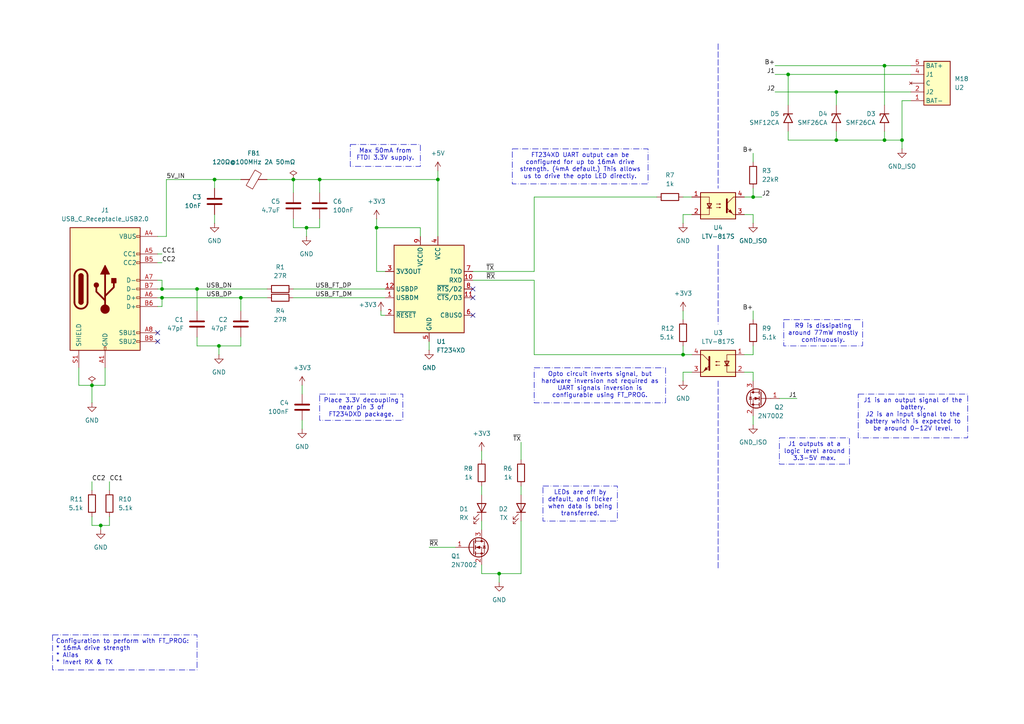
<source format=kicad_sch>
(kicad_sch (version 20250114) (generator "eeschema") (generator_version "9.0")
  (paper "A4")
  (title_block (title "M18 USB Interface") (date "2025-09-17") (rev "v1.0"))
  (lib_symbols
    (symbol "Connector:USB_C_Receptacle_USB2.0_16P" (pin_names (offset 1.016))
      (property "Reference" "J" (at 0 22.225 0))
      (property "Value" "USB_C_Receptacle_USB2.0_16P" (at 0 19.685 0))
      (symbol "USB_C_Receptacle_USB2.0_16P_0_0"
        (rectangle (start -0.254 -17.78) (end 0.254 -16.764))
        (rectangle (start 10.16 15.494) (end 9.144 14.986))
        (rectangle (start 10.16 10.414) (end 9.144 9.906))
        (rectangle (start 10.16 7.874) (end 9.144 7.366))
        (rectangle (start 10.16 2.794) (end 9.144 2.286))
        (rectangle (start 10.16 0.254) (end 9.144 -0.254))
        (rectangle (start 10.16 -2.286) (end 9.144 -2.794))
        (rectangle (start 10.16 -4.826) (end 9.144 -5.334))
        (rectangle (start 10.16 -12.446) (end 9.144 -12.954))
        (rectangle (start 10.16 -14.986) (end 9.144 -15.494))
      )
      (symbol "USB_C_Receptacle_USB2.0_16P_0_1"
        (rectangle (start -10.16 17.78) (end 10.16 -17.78) (stroke (width 0.254)) (fill (type background)))
        (polyline (pts (xy -8.89 -3.81) (xy -8.89 3.81)) (stroke (width 0.508)))
        (rectangle (start -7.62 -3.81) (end -6.35 3.81) (stroke (width 0.254)) (fill (type outline)))
        (arc (start -7.62 3.81) (mid -6.985 4.4423) (end -6.35 3.81) (stroke (width 0.254)))
        (arc (start -7.62 3.81) (mid -6.985 4.4423) (end -6.35 3.81) (stroke (width 0.254)) (fill (type outline)))
        (arc (start -8.89 3.81) (mid -6.985 5.7067) (end -5.08 3.81) (stroke (width 0.508)))
        (arc (start -5.08 -3.81) (mid -6.985 -5.7067) (end -8.89 -3.81) (stroke (width 0.508)))
        (arc (start -6.35 -3.81) (mid -6.985 -4.4423) (end -7.62 -3.81) (stroke (width 0.254)))
        (arc (start -6.35 -3.81) (mid -6.985 -4.4423) (end -7.62 -3.81) (stroke (width 0.254)) (fill (type outline)))
        (polyline (pts (xy -5.08 3.81) (xy -5.08 -3.81)) (stroke (width 0.508)))
        (circle (center -2.54 1.143) (radius 0.635) (stroke (width 0.254)) (fill (type outline)))
        (polyline (pts (xy -1.27 4.318) (xy 0 6.858) (xy 1.27 4.318) (xy -1.27 4.318)) (stroke (width 0.254)) (fill (type outline)))
        (polyline (pts (xy 0 -2.032) (xy 2.54 0.508) (xy 2.54 1.778)) (stroke (width 0.508)))
        (polyline (pts (xy 0 -3.302) (xy -2.54 -0.762) (xy -2.54 0.508)) (stroke (width 0.508)))
        (polyline (pts (xy 0 -5.842) (xy 0 4.318)) (stroke (width 0.508)))
        (circle (center 0 -5.842) (radius 1.27) (fill (type outline)))
        (rectangle (start 1.905 1.778) (end 3.175 3.048) (stroke (width 0.254)) (fill (type outline)))
      )
      (symbol "USB_C_Receptacle_USB2.0_16P_1_1"
        (pin passive line (at -7.62 -22.86 90) (length 5.08) (name "SHIELD") (number "S1"))
        (pin passive line (at 0 -22.86 90) (length 5.08) (name "GND") (number "A1"))
        (pin passive line (at 0 -22.86 90) (length 5.08) (hide yes) (name "GND") (number "A12"))
        (pin passive line (at 0 -22.86 90) (length 5.08) (hide yes) (name "GND") (number "B1"))
        (pin passive line (at 0 -22.86 90) (length 5.08) (hide yes) (name "GND") (number "B12"))
        (pin passive line (at 15.24 15.24 180) (length 5.08) (name "VBUS") (number "A4"))
        (pin passive line (at 15.24 15.24 180) (length 5.08) (hide yes) (name "VBUS") (number "A9"))
        (pin passive line (at 15.24 15.24 180) (length 5.08) (hide yes) (name "VBUS") (number "B4"))
        (pin passive line (at 15.24 15.24 180) (length 5.08) (hide yes) (name "VBUS") (number "B9"))
        (pin bidirectional line (at 15.24 10.16 180) (length 5.08) (name "CC1") (number "A5"))
        (pin bidirectional line (at 15.24 7.62 180) (length 5.08) (name "CC2") (number "B5"))
        (pin bidirectional line (at 15.24 2.54 180) (length 5.08) (name "D-") (number "A7"))
        (pin bidirectional line (at 15.24 0 180) (length 5.08) (name "D-") (number "B7"))
        (pin bidirectional line (at 15.24 -2.54 180) (length 5.08) (name "D+") (number "A6"))
        (pin bidirectional line (at 15.24 -5.08 180) (length 5.08) (name "D+") (number "B6"))
        (pin bidirectional line (at 15.24 -12.7 180) (length 5.08) (name "SBU1") (number "A8"))
        (pin bidirectional line (at 15.24 -15.24 180) (length 5.08) (name "SBU2") (number "B8"))
      )
    )
    (symbol "Device:C" (pin_numbers (hide yes)) (pin_names (offset 0.254))
      (property "Reference" "C" (at 0.635 2.54 0))
      (property "Value" "C" (at 0.635 -2.54 0))
      (symbol "C_0_1"
        (polyline (pts (xy -2.032 0.762) (xy 2.032 0.762)) (stroke (width 0.508)))
        (polyline (pts (xy -2.032 -0.762) (xy 2.032 -0.762)) (stroke (width 0.508)))
      )
      (symbol "C_1_1"
        (pin passive line (at 0 3.81 270) (length 2.794) (name "~") (number "1"))
        (pin passive line (at 0 -3.81 90) (length 2.794) (name "~") (number "2"))
      )
    )
    (symbol "Device:FerriteBead" (pin_numbers (hide yes)) (pin_names (offset 0))
      (property "Reference" "FB" (at -3.81 0.635 90))
      (property "Value" "FerriteBead" (at 3.81 0 90))
      (symbol "FerriteBead_0_1"
        (polyline (pts (xy -2.7686 0.4064) (xy -1.7018 2.2606) (xy 2.7686 -0.3048) (xy 1.6764 -2.159) (xy -2.7686 0.4064)))
        (polyline (pts (xy 0 1.27) (xy 0 1.2954)))
        (polyline (pts (xy 0 -1.27) (xy 0 -1.2192)))
      )
      (symbol "FerriteBead_1_1"
        (pin passive line (at 0 3.81 270) (length 2.54) (name "~") (number "1"))
        (pin passive line (at 0 -3.81 90) (length 2.54) (name "~") (number "2"))
      )
    )
    (symbol "Device:LED" (pin_numbers (hide yes)) (pin_names (offset 1.016) (hide yes))
      (property "Reference" "D" (at 0 2.54 0))
      (property "Value" "LED" (at 0 -2.54 0))
      (symbol "LED_0_1"
        (polyline (pts (xy -3.048 -0.762) (xy -4.572 -2.286) (xy -3.81 -2.286) (xy -4.572 -2.286) (xy -4.572 -1.524)))
        (polyline (pts (xy -1.778 -0.762) (xy -3.302 -2.286) (xy -2.54 -2.286) (xy -3.302 -2.286) (xy -3.302 -1.524)))
        (polyline (pts (xy -1.27 0) (xy 1.27 0)))
        (polyline (pts (xy -1.27 -1.27) (xy -1.27 1.27)) (stroke (width 0.254)))
        (polyline (pts (xy 1.27 -1.27) (xy 1.27 1.27) (xy -1.27 0) (xy 1.27 -1.27)) (stroke (width 0.254)))
      )
      (symbol "LED_1_1"
        (pin passive line (at -3.81 0 0) (length 2.54) (name "K") (number "1"))
        (pin passive line (at 3.81 0 180) (length 2.54) (name "A") (number "2"))
      )
    )
    (symbol "Device:R" (pin_numbers (hide yes)) (pin_names (offset 0))
      (property "Reference" "R" (at 2.032 0 90))
      (property "Value" "R" (at 0 0 90))
      (symbol "R_0_1"
        (rectangle (start -1.016 -2.54) (end 1.016 2.54) (stroke (width 0.254)))
      )
      (symbol "R_1_1"
        (pin passive line (at 0 3.81 270) (length 1.27) (name "~") (number "1"))
        (pin passive line (at 0 -3.81 90) (length 1.27) (name "~") (number "2"))
      )
    )
    (symbol "Diode:SMF12A" (pin_numbers (hide yes)) (pin_names (offset 1.016) (hide yes))
      (property "Reference" "D" (at 0 2.54 0))
      (property "Value" "SMF12A" (at 0 -2.54 0))
      (symbol "SMF12A_0_1"
        (polyline (pts (xy -0.762 1.27) (xy -1.27 1.27) (xy -1.27 -1.27)) (stroke (width 0.254)))
        (polyline (pts (xy 1.27 1.27) (xy 1.27 -1.27) (xy -1.27 0) (xy 1.27 1.27)) (stroke (width 0.254)))
      )
      (symbol "SMF12A_1_1"
        (pin passive line (at -3.81 0 0) (length 2.54) (name "A1") (number "1"))
        (pin passive line (at 3.81 0 180) (length 2.54) (name "A2") (number "2"))
      )
    )
    (symbol "Diode:SMF26A" (pin_numbers (hide yes)) (pin_names (offset 1.016) (hide yes))
      (property "Reference" "D" (at 0 2.54 0))
      (property "Value" "SMF26A" (at 0 -2.54 0))
      (symbol "SMF26A_0_1"
        (polyline (pts (xy -0.762 1.27) (xy -1.27 1.27) (xy -1.27 -1.27)) (stroke (width 0.254)))
        (polyline (pts (xy 1.27 1.27) (xy 1.27 -1.27) (xy -1.27 0) (xy 1.27 1.27)) (stroke (width 0.254)))
      )
      (symbol "SMF26A_1_1"
        (pin passive line (at -3.81 0 0) (length 2.54) (name "A1") (number "1"))
        (pin passive line (at 3.81 0 180) (length 2.54) (name "A2") (number "2"))
      )
    )
    (symbol "GND_1" (power) (pin_numbers (hide yes)) (pin_names (offset 0) (hide yes))
      (property "Value" "GND" (at 0 -3.81 0))
      (symbol "GND_1_0_1"
        (polyline (pts (xy 0 0) (xy 0 -1.27) (xy 1.27 -1.27) (xy 0 -2.54) (xy -1.27 -1.27) (xy 0 -1.27)))
      )
      (symbol "GND_1_1_1"
        (pin power_in line (at 0 0 270) (length 0) (name "~") (number "1"))
      )
    )
    (symbol "Interface_USB:FT234XD"
      (property "Reference" "U" (at -15.494 14.986 0))
      (property "Value" "FT234XD" (at -15.494 12.954 0))
      (symbol "FT234XD_0_0"
        (rectangle (start -10.16 12.7) (end 10.16 -12.7) (stroke (width 0.254)) (fill (type background)))
      )
      (symbol "FT234XD_1_0"
        (pin power_out line (at -12.7 5.08 0) (length 2.54) (name "3V3OUT") (number "3"))
        (pin bidirectional line (at -12.7 0 0) (length 2.54) (name "USBDP") (number "12"))
        (pin bidirectional line (at -12.7 -2.54 0) (length 2.54) (name "USBDM") (number "1"))
        (pin input line (at -12.7 -7.62 0) (length 2.54) (name "~{RESET}") (number "2"))
        (pin power_in line (at -2.54 15.24 270) (length 2.54) (name "VCCIO") (number "9"))
        (pin passive line (at 0 -15.24 90) (length 2.54) (hide yes) (name "GND") (number "13"))
        (pin power_in line (at 0 -15.24 90) (length 2.54) (name "GND") (number "5"))
        (pin power_in line (at 2.54 15.24 270) (length 2.54) (name "VCC") (number "4"))
        (pin bidirectional line (at 12.7 5.08 180) (length 2.54) (name "TXD/D0") (number "7") (alternate "TXD" output line))
        (pin bidirectional line (at 12.7 2.54 180) (length 2.54) (name "RXD/D1") (number "10") (alternate "RXD" input line))
        (pin bidirectional line (at 12.7 0 180) (length 2.54) (name "~{RTS}/D2") (number "8"))
        (pin bidirectional line (at 12.7 -2.54 180) (length 2.54) (name "~{CTS}/D3") (number "11"))
        (pin bidirectional line (at 12.7 -7.62 180) (length 2.54) (name "CBUS0") (number "6"))
      )
    )
    (symbol "Isolator:LTV-817S" (pin_names (offset 1.016))
      (property "Reference" "U" (at -3.81 5.08 0))
      (property "Value" "LTV-817S" (at 0 -5.08 0))
      (symbol "LTV-817S_1_1"
        (rectangle (start -5.08 3.81) (end 5.08 -3.81) (stroke (width 0.254)) (fill (type background)))
        (polyline (pts (xy -5.08 2.54) (xy -2.54 2.54) (xy -2.54 -0.762)))
        (polyline (pts (xy -3.175 -0.635) (xy -1.905 -0.635)) (stroke (width 0.254)))
        (polyline (pts (xy -2.54 -0.635) (xy -2.54 -2.54) (xy -5.08 -2.54)))
        (polyline (pts (xy -2.54 -0.635) (xy -3.175 0.635) (xy -1.905 0.635) (xy -2.54 -0.635)) (stroke (width 0.254)))
        (polyline (pts (xy -0.508 0.508) (xy 0.762 0.508) (xy 0.381 0.381) (xy 0.381 0.635) (xy 0.762 0.508)))
        (polyline (pts (xy -0.508 -0.508) (xy 0.762 -0.508) (xy 0.381 -0.635) (xy 0.381 -0.381) (xy 0.762 -0.508)))
        (polyline (pts (xy 2.54 1.905) (xy 2.54 -1.905)) (stroke (width 0.508)))
        (polyline (pts (xy 2.54 0.635) (xy 4.445 2.54)))
        (polyline (pts (xy 3.048 -1.651) (xy 3.556 -1.143) (xy 4.064 -2.159) (xy 3.048 -1.651)) (fill (type outline)))
        (polyline (pts (xy 4.445 2.54) (xy 5.08 2.54)))
        (polyline (pts (xy 4.445 -2.54) (xy 2.54 -0.635)) (fill (type outline)))
        (polyline (pts (xy 4.445 -2.54) (xy 5.08 -2.54)))
        (pin passive line (at -7.62 2.54 0) (length 2.54) (name "~") (number "1"))
        (pin passive line (at -7.62 -2.54 0) (length 2.54) (name "~") (number "2"))
        (pin passive line (at 7.62 2.54 180) (length 2.54) (name "~") (number "4"))
        (pin passive line (at 7.62 -2.54 180) (length 2.54) (name "~") (number "3"))
      )
    )
    (symbol "M18_USB_Interface:M18_Battery_Contacts"
      (property "Reference" "U" (at 3.81 -7.874 0))
      (property "Value" "M18" (at 3.556 7.62 0))
      (symbol "M18_Battery_Contacts_1_1"
        (rectangle (start 0 6.35) (end 7.62 -6.35) (stroke (width 0.254)) (fill (type background)))
        (pin power_out line (at -3.81 5.08 0) (length 3.81) (name "BAT-") (number "1"))
        (pin input line (at -3.81 2.54 0) (length 3.81) (name "J2") (number "2"))
        (pin no_connect line (at -3.81 0 0) (length 3.81) (name "C") (number ""))
        (pin output line (at -3.81 -2.54 0) (length 3.81) (name "J1") (number "4"))
        (pin power_out line (at -3.81 -5.08 0) (length 3.81) (name "BAT+") (number "5"))
      )
    )
    (symbol "Transistor_FET:2N7002" (pin_names (offset 0) (hide yes))
      (property "Reference" "Q" (at 5.08 1.905 0))
      (property "Value" "2N7002" (at 5.08 0 0))
      (symbol "2N7002_0_1"
        (polyline (pts (xy 0.254 1.905) (xy 0.254 -1.905)) (stroke (width 0.254)))
        (polyline (pts (xy 0.254 0) (xy -2.54 0)))
        (polyline (pts (xy 0.762 2.286) (xy 0.762 1.27)) (stroke (width 0.254)))
        (polyline (pts (xy 0.762 0.508) (xy 0.762 -0.508)) (stroke (width 0.254)))
        (polyline (pts (xy 0.762 -1.27) (xy 0.762 -2.286)) (stroke (width 0.254)))
        (polyline (pts (xy 0.762 -1.778) (xy 3.302 -1.778) (xy 3.302 1.778) (xy 0.762 1.778)))
        (polyline (pts (xy 1.016 0) (xy 2.032 0.381) (xy 2.032 -0.381) (xy 1.016 0)) (fill (type outline)))
        (circle (center 1.651 0) (radius 2.794) (stroke (width 0.254)))
        (polyline (pts (xy 2.54 2.54) (xy 2.54 1.778)))
        (circle (center 2.54 1.778) (radius 0.254) (fill (type outline)))
        (circle (center 2.54 -1.778) (radius 0.254) (fill (type outline)))
        (polyline (pts (xy 2.54 -2.54) (xy 2.54 0) (xy 0.762 0)))
        (polyline (pts (xy 2.921 0.381) (xy 3.683 0.381)))
        (polyline (pts (xy 3.302 0.381) (xy 2.921 -0.254) (xy 3.683 -0.254) (xy 3.302 0.381)))
      )
      (symbol "2N7002_1_1"
        (pin input line (at -5.08 0 0) (length 2.54) (name "G") (number "1"))
        (pin passive line (at 2.54 5.08 270) (length 2.54) (name "D") (number "3"))
        (pin passive line (at 2.54 -5.08 90) (length 2.54) (name "S") (number "2"))
      )
    )
    (symbol "power:+3V3" (power) (pin_numbers (hide yes)) (pin_names (offset 0) (hide yes))
      (property "Value" "+3V3" (at 0 3.556 0))
      (symbol "+3V3_0_1"
        (polyline (pts (xy -0.762 1.27) (xy 0 2.54)))
        (polyline (pts (xy 0 2.54) (xy 0.762 1.27)))
        (polyline (pts (xy 0 0) (xy 0 2.54)))
      )
      (symbol "+3V3_1_1"
        (pin power_in line (at 0 0 90) (length 0) (name "~") (number "1"))
      )
    )
    (symbol "power:+5V" (power) (pin_numbers (hide yes)) (pin_names (offset 0) (hide yes))
      (property "Value" "+5V" (at 0 3.556 0))
      (symbol "+5V_0_1"
        (polyline (pts (xy -0.762 1.27) (xy 0 2.54)))
        (polyline (pts (xy 0 2.54) (xy 0.762 1.27)))
        (polyline (pts (xy 0 0) (xy 0 2.54)))
      )
      (symbol "+5V_1_1"
        (pin power_in line (at 0 0 90) (length 0) (name "~") (number "1"))
      )
    )
    (symbol "power:GND" (power) (pin_numbers (hide yes)) (pin_names (offset 0) (hide yes))
      (property "Value" "GND" (at 0 -3.81 0))
      (symbol "GND_0_1"
        (polyline (pts (xy 0 0) (xy 0 -1.27) (xy 1.27 -1.27) (xy 0 -2.54) (xy -1.27 -1.27) (xy 0 -1.27)))
      )
      (symbol "GND_1_1"
        (pin power_in line (at 0 0 270) (length 0) (name "~") (number "1"))
      )
    )
    (symbol "power:PWR_FLAG" (power) (pin_numbers (hide yes)) (pin_names (offset 0) (hide yes))
      (property "Value" "PWR_FLAG" (at 0 3.81 0))
      (symbol "PWR_FLAG_0_0"
        (pin power_out line (at 0 0 90) (length 0) (name "pwr") (number "1"))
      )
      (symbol "PWR_FLAG_0_1"
        (polyline (pts (xy 0 0) (xy 0 1.27) (xy -1.016 1.905) (xy 0 2.54) (xy 1.016 1.905) (xy 0 1.27)))
      )
    )
  )
  (text_box "Max 50mA from FTDI 3.3V supply." (at 101.6 41.91 0) (size 20.32 6.35) (margins 0.9525 0.9525 0.9525 0.9525) (stroke (width 0) (type dash_dot)) (effects (font (size 1.27 1.27)) (justify top)))
  (text_box "LEDs are off by default, and flicker when data is being transferred." (at 157.48 140.97 0) (size 21.59 10.16) (margins 0.9525 0.9525 0.9525 0.9525) (stroke (width 0) (type dash_dot)) (effects (font (size 1.27 1.27)) (justify top)))
  (text_box "J1 is an output signal of the battery.\nJ2 is an input signal to the battery which is expected to be around 0-12V level." (at 248.92 114.3 0) (size 31.75 12.7) (margins 0.9525 0.9525 0.9525 0.9525) (stroke (width 0) (type dash_dot)) (effects (font (size 1.27 1.27)) (justify top)))
  (text_box "R9 is dissipating around 77mW mostly continuously." (at 227.33 92.71 0) (size 22.86 7.62) (margins 0.9525 0.9525 0.9525 0.9525) (stroke (width 0) (type dash_dot)) (effects (font (size 1.27 1.27)) (justify top)))
  (text_box "Place 3.3V decoupling near pin 3 of FT234DXD package." (at 92.71 114.3 0) (size 24.13 7.62) (margins 0.9525 0.9525 0.9525 0.9525) (stroke (width 0) (type dash_dot)) (effects (font (size 1.27 1.27)) (justify top)))
  (text_box "Opto circuit inverts signal, but hardware inversion not required as UART signals inversion is configurable using FT_PROG." (at 154.94 106.68 0) (size 38.1 10.16) (margins 0.9525 0.9525 0.9525 0.9525) (stroke (width 0) (type dash_dot)) (effects (font (size 1.27 1.27)) (justify top)))
  (text_box "FT234XD UART output can be configured for up to 16mA drive strength. (4mA default.) This allows us to drive the opto LED directly." (at 148.59 43.18 0) (size 39.37 10.16) (margins 0.9525 0.9525 0.9525 0.9525) (stroke (width 0) (type dash_dot)) (effects (font (size 1.27 1.27)) (justify top)))
  (text_box "J1 outputs at a logic level around 3.3-5V max." (at 226.06 127 0) (size 20.32 7.62) (margins 0.9525 0.9525 0.9525 0.9525) (stroke (width 0) (type dash_dot)) (effects (font (size 1.27 1.27)) (justify top)))
  (text_box "Configuration to perform with FT_PROG:\n* 16mA drive strength\n* Alias\n* Invert RX & TX" (at 15.24 184.15 0) (size 41.91 10.16) (margins 0.9525 0.9525 0.9525 0.9525) (stroke (width 0) (type dash_dot)) (effects (font (size 1.27 1.27)) (justify left top)))
  (junction (at 63.5 100.33))
  (junction (at 144.78 166.37))
  (junction (at 26.67 111.76))
  (junction (at 29.21 152.4))
  (junction (at 261.62 40.64))
  (junction (at 92.71 52.07))
  (junction (at 256.54 40.64))
  (junction (at 127 52.07))
  (junction (at 228.6 21.59))
  (junction (at 57.15 83.82))
  (junction (at 109.22 66.04))
  (junction (at 218.44 57.15))
  (junction (at 69.85 86.36))
  (junction (at 62.23 52.07))
  (junction (at 256.54 19.05))
  (junction (at 85.09 52.07))
  (junction (at 198.12 102.87))
  (junction (at 88.9 66.04))
  (junction (at 242.57 26.67))
  (junction (at 46.99 83.82))
  (junction (at 46.99 86.36))
  (junction (at 242.57 40.64))
  (no_connect (at 137.16 83.82))
  (no_connect (at 45.72 96.52))
  (no_connect (at 137.16 86.36))
  (no_connect (at 137.16 91.44))
  (no_connect (at 45.72 99.06))
  (wire (pts (xy 224.79 19.05) (xy 256.54 19.05)))
  (wire (pts (xy 151.13 166.37) (xy 144.78 166.37)))
  (wire (pts (xy 57.15 100.33) (xy 57.15 97.79)))
  (wire (pts (xy 198.12 57.15) (xy 200.66 57.15)))
  (wire (pts (xy 218.44 64.77) (xy 218.44 62.23)))
  (wire (pts (xy 87.63 121.92) (xy 87.63 124.46)))
  (wire (pts (xy 109.22 66.04) (xy 121.92 66.04)))
  (wire (pts (xy 154.94 78.74) (xy 154.94 57.15)))
  (wire (pts (xy 198.12 107.95) (xy 200.66 107.95)))
  (wire (pts (xy 57.15 83.82) (xy 77.47 83.82)))
  (wire (pts (xy 261.62 40.64) (xy 261.62 29.21)))
  (wire (pts (xy 62.23 64.77) (xy 62.23 62.23)))
  (wire (pts (xy 45.72 76.2) (xy 46.99 76.2)))
  (wire (pts (xy 256.54 19.05) (xy 264.16 19.05)))
  (wire (pts (xy 220.98 57.15) (xy 218.44 57.15)))
  (wire (pts (xy 109.22 63.5) (xy 109.22 66.04)))
  (wire (pts (xy 46.99 83.82) (xy 57.15 83.82)))
  (wire (pts (xy 31.75 152.4) (xy 31.75 149.86)))
  (wire (pts (xy 87.63 111.76) (xy 87.63 114.3)))
  (wire (pts (xy 46.99 86.36) (xy 46.99 88.9)))
  (wire (pts (xy 215.9 62.23) (xy 218.44 62.23)))
  (wire (pts (xy 26.67 139.7) (xy 26.67 142.24)))
  (polyline (pts (xy 208.28 110.49) (xy 208.28 165.1)) (stroke (width 0) (type dash)))
  (wire (pts (xy 224.79 21.59) (xy 228.6 21.59)))
  (wire (pts (xy 218.44 57.15) (xy 215.9 57.15)))
  (wire (pts (xy 242.57 40.64) (xy 228.6 40.64)))
  (wire (pts (xy 139.7 140.97) (xy 139.7 143.51)))
  (wire (pts (xy 218.44 100.33) (xy 218.44 102.87)))
  (wire (pts (xy 215.9 107.95) (xy 218.44 107.95)))
  (wire (pts (xy 198.12 100.33) (xy 198.12 102.87)))
  (wire (pts (xy 69.85 86.36) (xy 77.47 86.36)))
  (wire (pts (xy 256.54 40.64) (xy 261.62 40.64)))
  (wire (pts (xy 69.85 100.33) (xy 63.5 100.33)))
  (wire (pts (xy 45.72 83.82) (xy 46.99 83.82)))
  (wire (pts (xy 22.86 111.76) (xy 22.86 106.68)))
  (wire (pts (xy 151.13 140.97) (xy 151.13 143.51)))
  (wire (pts (xy 218.44 107.95) (xy 218.44 110.49)))
  (wire (pts (xy 151.13 128.27) (xy 151.13 133.35)))
  (wire (pts (xy 151.13 151.13) (xy 151.13 166.37)))
  (wire (pts (xy 110.49 90.17) (xy 110.49 91.44)))
  (wire (pts (xy 242.57 38.1) (xy 242.57 40.64)))
  (wire (pts (xy 139.7 153.67) (xy 139.7 151.13)))
  (wire (pts (xy 85.09 52.07) (xy 85.09 55.88)))
  (wire (pts (xy 228.6 21.59) (xy 228.6 30.48)))
  (wire (pts (xy 261.62 29.21) (xy 264.16 29.21)))
  (wire (pts (xy 77.47 52.07) (xy 85.09 52.07)))
  (wire (pts (xy 137.16 78.74) (xy 154.94 78.74)))
  (wire (pts (xy 62.23 52.07) (xy 69.85 52.07)))
  (wire (pts (xy 31.75 139.7) (xy 31.75 142.24)))
  (wire (pts (xy 242.57 26.67) (xy 264.16 26.67)))
  (wire (pts (xy 261.62 43.18) (xy 261.62 40.64)))
  (wire (pts (xy 218.44 44.45) (xy 218.44 46.99)))
  (wire (pts (xy 198.12 62.23) (xy 198.12 64.77)))
  (wire (pts (xy 26.67 152.4) (xy 29.21 152.4)))
  (wire (pts (xy 218.44 54.61) (xy 218.44 57.15)))
  (wire (pts (xy 63.5 100.33) (xy 57.15 100.33)))
  (wire (pts (xy 139.7 130.81) (xy 139.7 133.35)))
  (wire (pts (xy 48.26 52.07) (xy 62.23 52.07)))
  (wire (pts (xy 85.09 66.04) (xy 88.9 66.04)))
  (wire (pts (xy 137.16 81.28) (xy 154.94 81.28)))
  (wire (pts (xy 198.12 102.87) (xy 200.66 102.87)))
  (wire (pts (xy 46.99 83.82) (xy 46.99 81.28)))
  (polyline (pts (xy 208.28 71.12) (xy 208.28 93.98)) (stroke (width 0) (type dash)))
  (wire (pts (xy 109.22 66.04) (xy 109.22 78.74)))
  (wire (pts (xy 242.57 26.67) (xy 242.57 30.48)))
  (wire (pts (xy 144.78 166.37) (xy 139.7 166.37)))
  (wire (pts (xy 45.72 73.66) (xy 46.99 73.66)))
  (wire (pts (xy 63.5 100.33) (xy 63.5 102.87)))
  (wire (pts (xy 132.08 158.75) (xy 124.46 158.75)))
  (wire (pts (xy 29.21 152.4) (xy 29.21 153.67)))
  (wire (pts (xy 228.6 40.64) (xy 228.6 38.1)))
  (wire (pts (xy 200.66 62.23) (xy 198.12 62.23)))
  (wire (pts (xy 85.09 86.36) (xy 111.76 86.36)))
  (wire (pts (xy 92.71 52.07) (xy 92.71 55.88)))
  (wire (pts (xy 46.99 86.36) (xy 69.85 86.36)))
  (wire (pts (xy 154.94 102.87) (xy 198.12 102.87)))
  (wire (pts (xy 218.44 120.65) (xy 218.44 123.19)))
  (wire (pts (xy 30.48 106.68) (xy 30.48 111.76)))
  (wire (pts (xy 215.9 102.87) (xy 218.44 102.87)))
  (wire (pts (xy 228.6 21.59) (xy 264.16 21.59)))
  (wire (pts (xy 45.72 88.9) (xy 46.99 88.9)))
  (wire (pts (xy 69.85 97.79) (xy 69.85 100.33)))
  (wire (pts (xy 85.09 63.5) (xy 85.09 66.04)))
  (wire (pts (xy 85.09 52.07) (xy 92.71 52.07)))
  (wire (pts (xy 88.9 66.04) (xy 92.71 66.04)))
  (wire (pts (xy 69.85 86.36) (xy 69.85 90.17)))
  (wire (pts (xy 124.46 99.06) (xy 124.46 101.6)))
  (wire (pts (xy 110.49 91.44) (xy 111.76 91.44)))
  (wire (pts (xy 92.71 63.5) (xy 92.71 66.04)))
  (wire (pts (xy 48.26 52.07) (xy 48.26 68.58)))
  (wire (pts (xy 198.12 110.49) (xy 198.12 107.95)))
  (wire (pts (xy 62.23 54.61) (xy 62.23 52.07)))
  (wire (pts (xy 127 49.53) (xy 127 52.07)))
  (wire (pts (xy 256.54 19.05) (xy 256.54 30.48)))
  (wire (pts (xy 85.09 83.82) (xy 111.76 83.82)))
  (wire (pts (xy 92.71 52.07) (xy 127 52.07)))
  (wire (pts (xy 26.67 111.76) (xy 30.48 111.76)))
  (wire (pts (xy 224.79 26.67) (xy 242.57 26.67)))
  (wire (pts (xy 242.57 40.64) (xy 256.54 40.64)))
  (wire (pts (xy 144.78 166.37) (xy 144.78 168.91)))
  (wire (pts (xy 88.9 66.04) (xy 88.9 68.58)))
  (wire (pts (xy 198.12 90.17) (xy 198.12 92.71)))
  (wire (pts (xy 29.21 152.4) (xy 31.75 152.4)))
  (polyline (pts (xy 208.28 12.7) (xy 208.28 54.61)) (stroke (width 0) (type dash)))
  (wire (pts (xy 45.72 81.28) (xy 46.99 81.28)))
  (wire (pts (xy 26.67 111.76) (xy 26.67 116.84)))
  (wire (pts (xy 139.7 166.37) (xy 139.7 163.83)))
  (wire (pts (xy 48.26 68.58) (xy 45.72 68.58)))
  (wire (pts (xy 26.67 149.86) (xy 26.67 152.4)))
  (wire (pts (xy 218.44 90.17) (xy 218.44 92.71)))
  (wire (pts (xy 57.15 83.82) (xy 57.15 90.17)))
  (wire (pts (xy 45.72 86.36) (xy 46.99 86.36)))
  (wire (pts (xy 121.92 68.58) (xy 121.92 66.04)))
  (wire (pts (xy 127 68.58) (xy 127 52.07)))
  (wire (pts (xy 111.76 78.74) (xy 109.22 78.74)))
  (wire (pts (xy 256.54 38.1) (xy 256.54 40.64)))
  (wire (pts (xy 226.06 115.57) (xy 231.14 115.57)))
  (wire (pts (xy 22.86 111.76) (xy 26.67 111.76)))
  (wire (pts (xy 154.94 81.28) (xy 154.94 102.87)))
  (wire (pts (xy 154.94 57.15) (xy 190.5 57.15)))
  (label "J2" (at 220.98 57.15 0))
  (label "USB_FT_DM" (at 91.44 86.36 0))
  (label "B+" (at 218.44 44.45 180))
  (label "5V_IN" (at 48.26 52.07 0))
  (label "USB_FT_DP" (at 91.44 83.82 0))
  (label "~{RX}" (at 124.46 158.75 0))
  (label "J2" (at 224.79 26.67 180))
  (label "~{RX}" (at 140.97 81.28 0))
  (label "~{TX}" (at 151.13 128.27 180))
  (label "CC1" (at 31.75 139.7 0))
  (label "J1" (at 224.79 21.59 180))
  (label "CC2" (at 26.67 139.7 0))
  (label "B+" (at 224.79 19.05 180))
  (label "CC2" (at 46.99 76.2 0))
  (label "J1" (at 231.14 115.57 180))
  (label "USB_DP" (at 67.31 86.36 180))
  (label "CC1" (at 46.99 73.66 0))
  (label "USB_DN" (at 67.31 83.82 180))
  (label "~{TX}" (at 140.97 78.74 0))
  (label "B+" (at 218.44 90.17 180))
  (symbol (lib_id "Device:R") (at 31.75 146.05 0) (unit 1)
    (property "Reference" "R10" (at 34.29 144.78 0) (effects (justify left)))
    (property "Value" "5.1k" (at 34.29 147.32 0) (effects (justify left)))
    (property "Footprint" "Resistor_SMD:R_0603_1608Metric" (effects (hide yes)))
    (property "Datasheet" "https://datasheet.lcsc.com/lcsc/2206010116_UNI-ROYAL-Uniroyal-Elec-0603WAF5101T5E_C23186.pdf" (effects (hide yes)))
    (property "Manufacturer" "UNI-ROYAL(Uniroyal Elec)" (effects (hide yes)))
    (property "Manufacturer Part #" "0603WAF5101T5E" (effects (hide yes)))
    (property "LCSC Part #" "C23186" (effects (hide yes)))
  )
  (symbol (lib_id "Diode:SMF26A") (at 242.57 34.29 90) (mirror x) (unit 1)
    (property "Reference" "D4" (at 240.03 33.0199 90) (effects (justify left)))
    (property "Value" "${Manufacturer Part #}" (at 240.03 35.5599 90) (effects (justify left)))
    (property "Footprint" "Diode_SMD:D_SOD-123F" (effects (hide yes)))
    (property "Datasheet" "https://jlcpcb.com/api/file/downloadByFileSystemAccessId/8564880902330343424" (effects (hide yes)))
    (property "LCSC Part #" "C19077516" (effects (hide yes)))
    (property "Manufacturer" "hongjiacheng" (effects (hide yes)))
    (property "Manufacturer Part #" "SMF26CA" (effects (hide yes)))
  )
  (symbol (lib_name "GND_1") (lib_id "power:GND") (at 218.44 123.19 0) (unit 1)
    (property "Reference" "#PWR01" (effects (hide yes)))
    (property "Value" "GND_ISO" (at 218.44 128.27 0))
    (property "Description" "Power symbol creates a global label with name \"GND\" , ground" (effects (hide yes)))
  )
  (symbol (lib_id "Isolator:LTV-817S") (at 208.28 105.41 0) (mirror y) (unit 1)
    (property "Reference" "U3" (at 208.28 96.52 0))
    (property "Value" "LTV-817S" (at 208.28 99.06 0))
    (property "Footprint" "Package_DIP:SMDIP-4_W9.53mm" (effects (hide yes)))
    (property "Datasheet" "http://www.us.liteon.com/downloads/LTV-817-827-847.PDF" (effects (hide yes)))
    (property "Description" "DC Optocoupler, Vce 35V, CTR 50%, SMDIP-4" (effects (hide yes)))
    (property "LCSC Part #" "C109227" (effects (hide yes)))
    (property "Manufacturer" "Lite-On " (effects (hide yes)))
    (property "Manufacturer Part #" "LTV-817S-TA1-C" (effects (hide yes)))
  )
  (symbol (lib_id "power:+3V3") (at 198.12 90.17 0) (unit 1)
    (property "Reference" "#PWR04" (effects (hide yes)))
    (property "Value" "+3V3" (at 198.12 85.09 0))
    (property "Description" "Power symbol creates a global label with name \"+3V3\"" (effects (hide yes)))
  )
  (symbol (lib_id "power:PWR_FLAG") (at 85.09 52.07 0) (unit 1)
    (property "Reference" "#FLG02" (effects (hide yes)))
    (property "Value" "PWR_FLAG" (effects (hide yes)))
  )
  (symbol (lib_id "power:+5V") (at 127 49.53 0) (unit 1)
    (property "Reference" "#PWR029" (effects (hide yes)))
    (property "Value" "+5V" (at 127 44.45 0))
    (property "Description" "Power symbol creates a global label with name \"+5V\"" (effects (hide yes)))
  )
  (symbol (lib_id "Device:R") (at 194.31 57.15 90) (unit 1)
    (property "Reference" "R7" (at 194.31 50.8 90))
    (property "Value" "1k" (at 194.31 53.34 90))
    (property "Footprint" "Resistor_SMD:R_0603_1608Metric" (effects (hide yes)))
    (property "Datasheet" "https://datasheet.lcsc.com/lcsc/2206010116_UNI-ROYAL-Uniroyal-Elec-0603WAF5101T5E_C23186.pdf" (effects (hide yes)))
    (property "Manufacturer" "UNI-ROYAL(Uniroyal Elec)" (effects (hide yes)))
    (property "Manufacturer Part #" "0603WAF1000T5E" (effects (hide yes)))
    (property "LCSC Part #" "C22775" (effects (hide yes)))
  )
  (symbol (lib_id "Diode:SMF26A") (at 256.54 34.29 90) (mirror x) (unit 1)
    (property "Reference" "D3" (at 254 33.0199 90) (effects (justify left)))
    (property "Value" "${Manufacturer Part #}" (at 254 35.5599 90) (effects (justify left)))
    (property "Footprint" "Diode_SMD:D_SOD-123F" (effects (hide yes)))
    (property "Datasheet" "https://jlcpcb.com/api/file/downloadByFileSystemAccessId/8564880902330343424" (effects (hide yes)))
    (property "LCSC Part #" "C19077516" (effects (hide yes)))
    (property "Manufacturer" "hongjiacheng" (effects (hide yes)))
    (property "Manufacturer Part #" "SMF26CA" (effects (hide yes)))
  )
  (symbol (lib_id "M18_USB_Interface:M18_Battery_Contacts") (at 267.97 24.13 0) (mirror x) (unit 1)
    (property "Reference" "U2" (at 276.86 25.4001 0) (effects (justify left)))
    (property "Value" "M18" (at 276.86 22.8601 0) (effects (justify left)))
    (property "Footprint" "M18_USB_Interface:M18_Battery_Interface" (effects (hide yes)))
  )
  (symbol (lib_name "GND_1") (lib_id "power:GND") (at 218.44 64.77 0) (unit 1)
    (property "Reference" "#PWR07" (effects (hide yes)))
    (property "Value" "GND_ISO" (at 218.44 69.85 0))
    (property "Description" "Power symbol creates a global label with name \"GND\" , ground" (effects (hide yes)))
  )
  (symbol (lib_id "power:GND") (at 63.5 102.87 0) (unit 1)
    (property "Reference" "#PWR025" (effects (hide yes)))
    (property "Value" "GND" (at 63.5 107.95 0))
    (property "Description" "Power symbol creates a global label with name \"GND\" , ground" (effects (hide yes)))
  )
  (symbol (lib_id "Device:R") (at 139.7 137.16 0) (mirror y) (unit 1)
    (property "Reference" "R8" (at 137.16 135.89 0) (effects (justify left)))
    (property "Value" "1k" (at 137.16 138.43 0) (effects (justify left)))
    (property "Footprint" "Resistor_SMD:R_0603_1608Metric" (effects (hide yes)))
    (property "Datasheet" "https://datasheet.lcsc.com/lcsc/2206010116_UNI-ROYAL-Uniroyal-Elec-0603WAF5101T5E_C23186.pdf" (effects (hide yes)))
    (property "Manufacturer" "UNI-ROYAL(Uniroyal Elec)" (effects (hide yes)))
    (property "Manufacturer Part #" "0603WAF1000T5E" (effects (hide yes)))
    (property "LCSC Part #" "C22775" (effects (hide yes)))
  )
  (symbol (lib_id "Device:R") (at 81.28 83.82 90) (unit 1)
    (property "Reference" "R1" (at 81.28 77.47 90))
    (property "Value" "27R" (at 81.28 80.01 90))
    (property "Footprint" "Resistor_SMD:R_0603_1608Metric" (effects (hide yes)))
    (property "Description" "Resistor" (effects (hide yes)))
    (property "Manufacturer" "UNI-ROYAL(Uniroyal Elec) " (effects (hide yes)))
    (property "Manufacturer Part #" "0603WAF270JT5E" (effects (hide yes)))
    (property "LCSC Part #" "C25190" (effects (hide yes)))
  )
  (symbol (lib_id "Device:R") (at 198.12 96.52 0) (mirror y) (unit 1)
    (property "Reference" "R12" (at 195.58 95.25 0) (effects (justify left)))
    (property "Value" "5.1k" (at 195.58 97.79 0) (effects (justify left)))
    (property "Footprint" "Resistor_SMD:R_0603_1608Metric" (effects (hide yes)))
    (property "Datasheet" "https://datasheet.lcsc.com/lcsc/2206010116_UNI-ROYAL-Uniroyal-Elec-0603WAF5101T5E_C23186.pdf" (effects (hide yes)))
    (property "Manufacturer" "UNI-ROYAL(Uniroyal Elec)" (effects (hide yes)))
    (property "Manufacturer Part #" "0603WAF5101T5E" (effects (hide yes)))
    (property "LCSC Part #" "C23186" (effects (hide yes)))
  )
  (symbol (lib_id "Device:C") (at 92.71 59.69 0) (unit 1)
    (property "Reference" "C6" (at 96.52 58.4199 0) (effects (justify left)))
    (property "Value" "100nF" (at 96.52 60.9599 0) (effects (justify left)))
    (property "Footprint" "Capacitor_SMD:C_0603_1608Metric" (effects (hide yes)))
    (property "Description" "Unpolarized capacitor" (effects (hide yes)))
    (property "LCSC Part #" "C14663" (effects (hide yes)))
    (property "Manufacturer" "YAGEO" (effects (hide yes)))
    (property "Manufacturer Part #" "CC0603KRX7R9BB104" (effects (hide yes)))
  )
  (symbol (lib_id "power:+3V3") (at 139.7 130.81 0) (mirror y) (unit 1)
    (property "Reference" "#PWR012" (effects (hide yes)))
    (property "Value" "+3V3" (at 139.7 125.73 0))
    (property "Description" "Power symbol creates a global label with name \"+3V3\"" (effects (hide yes)))
  )
  (symbol (lib_id "Diode:SMF12A") (at 228.6 34.29 90) (mirror x) (unit 1)
    (property "Reference" "D5" (at 226.06 33.02 90) (effects (justify left)))
    (property "Value" "${Manufacturer Part #}" (at 226.06 35.5599 90) (effects (justify left)))
    (property "Footprint" "Diode_SMD:D_SOD-123F" (effects (hide yes)))
    (property "Datasheet" "https://jlcpcb.com/api/file/downloadByFileSystemAccessId/8564880894705369088" (effects (hide yes)))
    (property "LCSC Part #" "C19077507" (effects (hide yes)))
    (property "Manufacturer" "hongjiacheng" (effects (hide yes)))
    (property "Manufacturer Part #" "SMF12CA" (effects (hide yes)))
  )
  (symbol (lib_id "power:GND") (at 62.23 64.77 0) (unit 1)
    (property "Reference" "#PWR026" (effects (hide yes)))
    (property "Value" "GND" (at 62.23 69.85 0))
    (property "Description" "Power symbol creates a global label with name \"GND\" , ground" (effects (hide yes)))
  )
  (symbol (lib_id "power:+3V3") (at 109.22 63.5 0) (unit 1)
    (property "Reference" "#PWR010" (effects (hide yes)))
    (property "Value" "+3V3" (at 109.22 58.42 0))
    (property "Description" "Power symbol creates a global label with name \"+3V3\"" (effects (hide yes)))
  )
  (symbol (lib_id "Device:R") (at 218.44 50.8 180) (unit 1)
    (property "Reference" "R3" (at 220.98 49.5299 0) (effects (justify right)))
    (property "Value" "22kR" (at 220.98 52.0699 0) (effects (justify right)))
    (property "Footprint" "Resistor_SMD:R_0603_1608Metric" (effects (hide yes)))
    (property "Description" "Resistor" (effects (hide yes)))
    (property "LCSC Part #" "C31850" (effects (hide yes)))
    (property "Manufacturer" "UNI-ROYAL(Uniroyal Elec) " (effects (hide yes)))
    (property "Manufacturer Part #" "0603WAF2202T5E" (effects (hide yes)))
  )
  (symbol (lib_id "power:GND") (at 87.63 124.46 0) (unit 1)
    (property "Reference" "#PWR027" (effects (hide yes)))
    (property "Value" "GND" (at 87.63 129.54 0))
    (property "Description" "Power symbol creates a global label with name \"GND\" , ground" (effects (hide yes)))
  )
  (symbol (lib_id "Transistor_FET:2N7002") (at 137.16 158.75 0) (unit 1)
    (property "Reference" "Q1" (at 130.81 161.29 0) (effects (justify left)))
    (property "Value" "2N7002" (at 130.81 163.83 0) (effects (justify left)))
    (property "Footprint" "Package_TO_SOT_SMD:SOT-23" (effects (hide yes)))
    (property "Datasheet" "https://www.onsemi.com/pub/Collateral/NDS7002A-D.PDF" (effects (hide yes)))
    (property "Description" "0.115A Id, 60V Vds, N-Channel MOSFET, SOT-23" (effects (hide yes)))
    (property "LCSC Part #" "C8545" (effects (hide yes)))
    (property "Manufacturer" "Jiangsu Changjing Electronics Technology Co., Ltd. " (effects (hide yes)))
    (property "Manufacturer Part #" "2N7002" (effects (hide yes)))
  )
  (symbol (lib_id "Device:R") (at 151.13 137.16 0) (mirror y) (unit 1)
    (property "Reference" "R6" (at 148.59 135.89 0) (effects (justify left)))
    (property "Value" "1k" (at 148.59 138.43 0) (effects (justify left)))
    (property "Footprint" "Resistor_SMD:R_0603_1608Metric" (effects (hide yes)))
    (property "Datasheet" "https://datasheet.lcsc.com/lcsc/2206010116_UNI-ROYAL-Uniroyal-Elec-0603WAF5101T5E_C23186.pdf" (effects (hide yes)))
    (property "Manufacturer" "UNI-ROYAL(Uniroyal Elec)" (effects (hide yes)))
    (property "Manufacturer Part #" "0603WAF1000T5E" (effects (hide yes)))
    (property "LCSC Part #" "C22775" (effects (hide yes)))
  )
  (symbol (lib_id "Transistor_FET:2N7002") (at 220.98 115.57 0) (mirror y) (unit 1)
    (property "Reference" "Q2" (at 227.33 118.11 0) (effects (justify left)))
    (property "Value" "2N7002" (at 227.33 120.65 0) (effects (justify left)))
    (property "Footprint" "Package_TO_SOT_SMD:SOT-23" (effects (hide yes)))
    (property "Datasheet" "https://www.onsemi.com/pub/Collateral/NDS7002A-D.PDF" (effects (hide yes)))
    (property "Description" "0.115A Id, 60V Vds, N-Channel MOSFET, SOT-23" (effects (hide yes)))
    (property "LCSC Part #" "C8545" (effects (hide yes)))
    (property "Manufacturer" "Jiangsu Changjing Electronics Technology Co., Ltd. " (effects (hide yes)))
    (property "Manufacturer Part #" "2N7002" (effects (hide yes)))
  )
  (symbol (lib_id "Device:R") (at 218.44 96.52 0) (unit 1)
    (property "Reference" "R9" (at 220.98 95.25 0) (effects (justify left)))
    (property "Value" "5.1k" (at 220.98 97.79 0) (effects (justify left)))
    (property "Footprint" "Resistor_SMD:R_0603_1608Metric" (effects (hide yes)))
    (property "Datasheet" "https://datasheet.lcsc.com/lcsc/2206010116_UNI-ROYAL-Uniroyal-Elec-0603WAF5101T5E_C23186.pdf" (effects (hide yes)))
    (property "Manufacturer" "UNI-ROYAL(Uniroyal Elec)" (effects (hide yes)))
    (property "Manufacturer Part #" "0603WAF5101T5E" (effects (hide yes)))
    (property "LCSC Part #" "C23186" (effects (hide yes)))
  )
  (symbol (lib_id "power:PWR_FLAG") (at 26.67 111.76 0) (unit 1)
    (property "Reference" "#FLG01" (effects (hide yes)))
    (property "Value" "PWR_FLAG" (effects (hide yes)))
  )
  (symbol (lib_id "power:GND") (at 88.9 68.58 0) (unit 1)
    (property "Reference" "#PWR08" (effects (hide yes)))
    (property "Value" "GND" (at 88.9 73.66 0))
    (property "Description" "Power symbol creates a global label with name \"GND\" , ground" (effects (hide yes)))
  )
  (symbol (lib_id "power:+3V3") (at 87.63 111.76 0) (unit 1)
    (property "Reference" "#PWR09" (effects (hide yes)))
    (property "Value" "+3V3" (at 87.63 106.68 0))
    (property "Description" "Power symbol creates a global label with name \"+3V3\"" (effects (hide yes)))
  )
  (symbol (lib_id "Device:R") (at 81.28 86.36 90) (mirror x) (unit 1)
    (property "Reference" "R4" (at 81.28 90.17 90))
    (property "Value" "27R" (at 81.28 92.71 90))
    (property "Footprint" "Resistor_SMD:R_0603_1608Metric" (effects (hide yes)))
    (property "Description" "Resistor" (effects (hide yes)))
    (property "Manufacturer" "UNI-ROYAL(Uniroyal Elec) " (effects (hide yes)))
    (property "Manufacturer Part #" "0603WAF270JT5E" (effects (hide yes)))
    (property "LCSC Part #" "C25190" (effects (hide yes)))
  )
  (symbol (lib_name "GND_1") (lib_id "power:GND") (at 261.62 43.18 0) (unit 1)
    (property "Reference" "#PWR03" (effects (hide yes)))
    (property "Value" "GND_ISO" (at 261.62 48.26 0))
    (property "Description" "Power symbol creates a global label with name \"GND\" , ground" (effects (hide yes)))
  )
  (symbol (lib_id "Connector:USB_C_Receptacle_USB2.0_16P") (at 30.48 83.82 0) (unit 1)
    (property "Reference" "J1" (at 30.48 60.96 0))
    (property "Value" "USB_C_Receptacle_USB2.0" (at 30.48 63.5 0))
    (property "Footprint" "Connector_USB:USB_C_Receptacle_XKB_U262-16XN-4BVC11" (effects (hide yes)))
    (property "Datasheet" "https://www.usb.org/sites/default/files/documents/usb_type-c.zip" (effects (hide yes)))
    (property "Description" "USB 2.0-only 16P Type-C Receptacle connector" (effects (hide yes)))
    (property "Manufacturer" "XKB Connectivity " (effects (hide yes)))
    (property "Manufacturer Part #" "U262-161N-4BVC11" (effects (hide yes)))
    (property "LCSC Part #" "C319148" (effects (hide yes)))
  )
  (symbol (lib_id "power:GND") (at 29.21 153.67 0) (unit 1)
    (property "Reference" "#PWR024" (effects (hide yes)))
    (property "Value" "GND" (at 29.21 158.75 0))
    (property "Description" "Power symbol creates a global label with name \"GND\" , ground" (effects (hide yes)))
  )
  (symbol (lib_id "Device:C") (at 87.63 118.11 0) (mirror y) (unit 1)
    (property "Reference" "C4" (at 83.82 116.8399 0) (effects (justify left)))
    (property "Value" "100nF" (at 83.82 119.3799 0) (effects (justify left)))
    (property "Footprint" "Capacitor_SMD:C_0603_1608Metric" (effects (hide yes)))
    (property "Description" "Unpolarized capacitor" (effects (hide yes)))
    (property "LCSC Part #" "C14663" (effects (hide yes)))
    (property "Manufacturer" "YAGEO" (effects (hide yes)))
    (property "Manufacturer Part #" "CC0603KRX7R9BB104" (effects (hide yes)))
  )
  (symbol (lib_id "Device:C") (at 85.09 59.69 0) (mirror y) (unit 1)
    (property "Reference" "C5" (at 81.28 58.4199 0) (effects (justify left)))
    (property "Value" "4.7uF" (at 81.28 60.9599 0) (effects (justify left)))
    (property "Footprint" "Capacitor_SMD:C_0603_1608Metric" (effects (hide yes)))
    (property "Description" "Unpolarized capacitor" (effects (hide yes)))
    (property "LCSC Part #" "C19666" (effects (hide yes)))
    (property "Manufacturer" "Samsung Electro-Mechanics" (effects (hide yes)))
    (property "Manufacturer Part #" "CL10A475KO8NNNC" (effects (hide yes)))
  )
  (symbol (lib_id "power:GND") (at 198.12 110.49 0) (unit 1)
    (property "Reference" "#PWR02" (effects (hide yes)))
    (property "Value" "GND" (at 198.12 115.57 0))
    (property "Description" "Power symbol creates a global label with name \"GND\" , ground" (effects (hide yes)))
  )
  (symbol (lib_id "Device:R") (at 26.67 146.05 0) (unit 1)
    (property "Reference" "R11" (at 24.13 144.78 0) (effects (justify right)))
    (property "Value" "5.1k" (at 24.13 147.32 0) (effects (justify right)))
    (property "Footprint" "Resistor_SMD:R_0603_1608Metric" (effects (hide yes)))
    (property "Datasheet" "https://datasheet.lcsc.com/lcsc/2206010116_UNI-ROYAL-Uniroyal-Elec-0603WAF5101T5E_C23186.pdf" (effects (hide yes)))
    (property "Manufacturer" "UNI-ROYAL(Uniroyal Elec)" (effects (hide yes)))
    (property "Manufacturer Part #" "0603WAF5101T5E" (effects (hide yes)))
    (property "LCSC Part #" "C23186" (effects (hide yes)))
  )
  (symbol (lib_id "power:+3V3") (at 110.49 90.17 0) (unit 1)
    (property "Reference" "#PWR011" (effects (hide yes)))
    (property "Value" "+3V3" (at 106.68 88.392 0))
    (property "Description" "Power symbol creates a global label with name \"+3V3\"" (effects (hide yes)))
  )
  (symbol (lib_id "Device:C") (at 57.15 93.98 0) (mirror y) (unit 1)
    (property "Reference" "C1" (at 53.34 92.7099 0) (effects (justify left)))
    (property "Value" "47pF" (at 53.34 95.2499 0) (effects (justify left)))
    (property "Footprint" "Capacitor_SMD:C_0603_1608Metric" (effects (hide yes)))
    (property "Description" "Unpolarized capacitor" (effects (hide yes)))
    (property "LCSC Part #" "C1671" (effects (hide yes)))
    (property "Manufacturer" "Samsung Electro-Mechanics " (effects (hide yes)))
    (property "Manufacturer Part #" "CL10C470JB8NNNC" (effects (hide yes)))
  )
  (symbol (lib_id "Device:FerriteBead") (at 73.66 52.07 90) (unit 1)
    (property "Reference" "FB1" (at 73.6092 44.45 90))
    (property "Value" "120Ω@100MHz 2A 50mΩ" (at 73.6092 46.99 90))
    (property "Footprint" "Inductor_SMD:L_0603_1608Metric" (effects (hide yes)))
    (property "Datasheet" "https://jlcpcb.com/api/file/downloadByFileSystemAccessId/8588900229559300096" (effects (hide yes)))
    (property "Description" "Ferrite bead" (effects (hide yes)))
    (property "LCSC Part #" "C14709" (effects (hide yes)))
    (property "Manufacturer" "Murata Electronics " (effects (hide yes)))
    (property "Manufacturer Part #" "BLM18PG121SN1D" (effects (hide yes)))
  )
  (symbol (lib_id "Isolator:LTV-817S") (at 208.28 59.69 0) (unit 1)
    (property "Reference" "U4" (at 208.28 66.04 0))
    (property "Value" "LTV-817S" (at 208.28 68.58 0))
    (property "Footprint" "Package_DIP:SMDIP-4_W9.53mm" (effects (hide yes)))
    (property "Datasheet" "http://www.us.liteon.com/downloads/LTV-817-827-847.PDF" (effects (hide yes)))
    (property "Description" "DC Optocoupler, Vce 35V, CTR 50%, SMDIP-4" (effects (hide yes)))
    (property "LCSC Part #" "C109227" (effects (hide yes)))
    (property "Manufacturer" "Lite-On " (effects (hide yes)))
    (property "Manufacturer Part #" "LTV-817S-TA1-C" (effects (hide yes)))
  )
  (symbol (lib_id "Device:C") (at 62.23 58.42 0) (mirror y) (unit 1)
    (property "Reference" "C3" (at 58.42 57.1499 0) (effects (justify left)))
    (property "Value" "10nF" (at 58.42 59.6899 0) (effects (justify left)))
    (property "Footprint" "Capacitor_SMD:C_0603_1608Metric" (effects (hide yes)))
    (property "Description" "Unpolarized capacitor" (effects (hide yes)))
    (property "LCSC Part #" "C57112" (effects (hide yes)))
    (property "Manufacturer" "FH (Guangdong Fenghua Advanced Tech) " (effects (hide yes)))
    (property "Manufacturer Part #" "0603B103K500NT" (effects (hide yes)))
  )
  (symbol (lib_id "Device:LED") (at 139.7 147.32 270) (mirror x) (unit 1)
    (property "Reference" "D1" (at 135.89 147.6374 90) (effects (justify right)))
    (property "Value" "RX" (at 135.89 150.1774 90) (effects (justify right)))
    (property "Footprint" "LED_SMD:LED_0603_1608Metric" (effects (hide yes)))
    (property "Description" "Light emitting diode" (effects (hide yes)))
    (property "Sim.Pins" "1=K 2=A" (effects (hide yes)))
    (property "LCSC Part #" "C2286" (effects (hide yes)))
    (property "Manufacturer" "Hubei KENTO Elec " (effects (hide yes)))
    (property "Manufacturer Part #" "KT-0603R" (effects (hide yes)))
  )
  (symbol (lib_id "Device:LED") (at 151.13 147.32 270) (mirror x) (unit 1)
    (property "Reference" "D2" (at 147.32 147.6374 90) (effects (justify right)))
    (property "Value" "TX" (at 147.32 150.1774 90) (effects (justify right)))
    (property "Footprint" "LED_SMD:LED_0603_1608Metric" (effects (hide yes)))
    (property "Description" "Light emitting diode" (effects (hide yes)))
    (property "Sim.Pins" "1=K 2=A" (effects (hide yes)))
    (property "LCSC Part #" "C2286" (effects (hide yes)))
    (property "Manufacturer" "Hubei KENTO Elec " (effects (hide yes)))
    (property "Manufacturer Part #" "KT-0603R" (effects (hide yes)))
  )
  (symbol (lib_id "Interface_USB:FT234XD") (at 124.46 83.82 0) (unit 1)
    (property "Reference" "U1" (at 126.6033 99.06 0) (effects (justify left)))
    (property "Value" "FT234XD" (at 126.6033 101.6 0) (effects (justify left)))
    (property "Footprint" "Package_DFN_QFN:WDFN-12-1EP_3x3mm_P0.45mm_EP1.7x2.5mm" (effects (hide yes)))
    (property "Datasheet" "https://ftdichip.com/wp-content/uploads/2024/05/DS_FT234XD.pdf" (effects (hide yes)))
    (property "Description" "Full Speed USB to Basic UART, WDFN-12" (effects (hide yes)))
    (property "LCSC Part #" "C132158" (effects (hide yes)))
    (property "Manufacturer" "FTDI" (effects (hide yes)))
    (property "Manufacturer Part #" "FT234XD-R" (effects (hide yes)))
    (pin "10" (alternate "RXD"))
    (pin "7" (alternate "TXD"))
  )
  (symbol (lib_id "power:GND") (at 124.46 101.6 0) (unit 1)
    (property "Reference" "#PWR028" (effects (hide yes)))
    (property "Value" "GND" (at 124.46 106.68 0))
    (property "Description" "Power symbol creates a global label with name \"GND\" , ground" (effects (hide yes)))
  )
  (symbol (lib_id "power:GND") (at 198.12 64.77 0) (unit 1)
    (property "Reference" "#PWR05" (effects (hide yes)))
    (property "Value" "GND" (at 198.12 69.85 0))
    (property "Description" "Power symbol creates a global label with name \"GND\" , ground" (effects (hide yes)))
  )
  (symbol (lib_id "Device:C") (at 69.85 93.98 0) (mirror y) (unit 1)
    (property "Reference" "C2" (at 66.04 92.7099 0) (effects (justify left)))
    (property "Value" "47pF" (at 66.04 95.2499 0) (effects (justify left)))
    (property "Footprint" "Capacitor_SMD:C_0603_1608Metric" (effects (hide yes)))
    (property "Description" "Unpolarized capacitor" (effects (hide yes)))
    (property "LCSC Part #" "C1671" (effects (hide yes)))
    (property "Manufacturer" "Samsung Electro-Mechanics " (effects (hide yes)))
    (property "Manufacturer Part #" "CL10C470JB8NNNC" (effects (hide yes)))
  )
  (symbol (lib_id "power:GND") (at 26.67 116.84 0) (unit 1)
    (property "Reference" "#PWR023" (effects (hide yes)))
    (property "Value" "GND" (at 26.67 121.92 0))
    (property "Description" "Power symbol creates a global label with name \"GND\" , ground" (effects (hide yes)))
  )
  (symbol (lib_id "power:GND") (at 144.78 168.91 0) (mirror y) (unit 1)
    (property "Reference" "#PWR06" (effects (hide yes)))
    (property "Value" "GND" (at 144.78 173.99 0))
    (property "Description" "Power symbol creates a global label with name \"GND\" , ground" (effects (hide yes)))
  )
)
</source>
